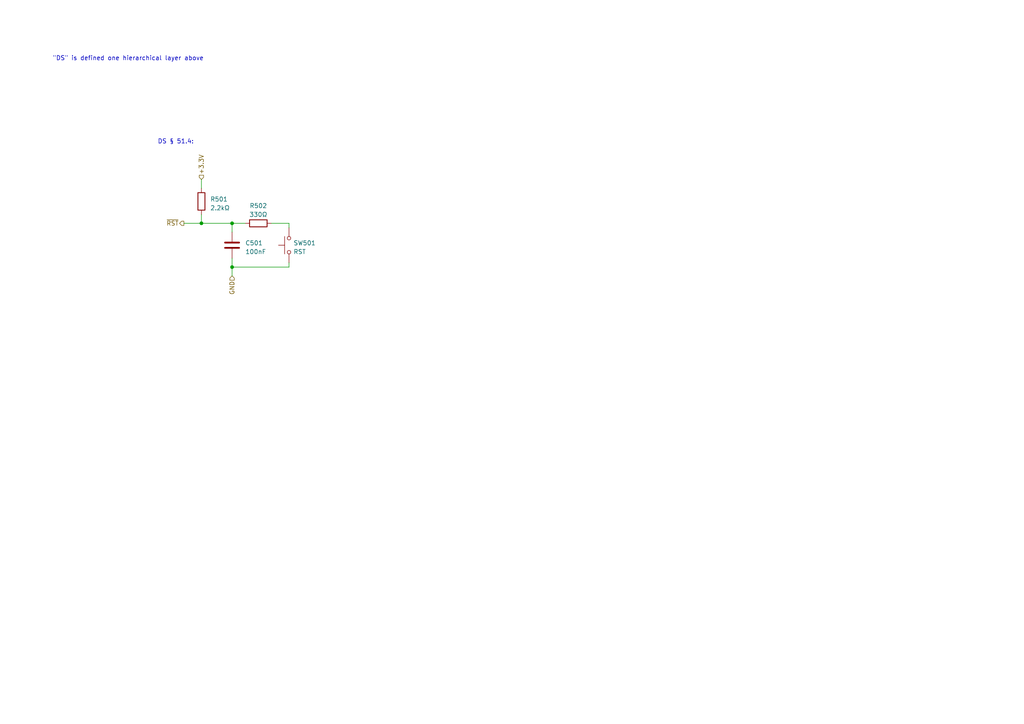
<source format=kicad_sch>
(kicad_sch (version 20230121) (generator eeschema)
  (paper "A4")
  (lib_symbols
    (symbol "Device:C" (pin_numbers hide) (pin_names (offset 0.254))
      (property "Reference" "C" (at 0.635 2.54 0))
      (property "Value" "C" (at 0.635 -2.54 0))
      (symbol "C_0_1"
        (polyline (pts (xy -2.032 -0.762) (xy 2.032 -0.762)) (stroke (width 0.508)))
        (polyline (pts (xy -2.032 0.762) (xy 2.032 0.762)) (stroke (width 0.508)))
      )
      (symbol "C_1_1"
        (pin passive line (at 0 3.81 270) (length 2.794) (name "~") (number "1"))
        (pin passive line (at 0 -3.81 90) (length 2.794) (name "~") (number "2"))
      )
    )
    (symbol "Device:R" (pin_numbers hide) (pin_names (offset 0))
      (property "Reference" "R" (at 2.032 0 90))
      (property "Value" "R" (at 0 0 90))
      (symbol "R_0_1"
        (rectangle (start -1.016 -2.54) (end 1.016 2.54) (stroke (width 0.254)))
      )
      (symbol "R_1_1"
        (pin passive line (at 0 3.81 270) (length 1.27) (name "~") (number "1"))
        (pin passive line (at 0 -3.81 90) (length 1.27) (name "~") (number "2"))
      )
    )
    (symbol "Switch:SW_Push" (pin_numbers hide) (pin_names (offset 1.016) hide)
      (property "Reference" "SW" (at 1.27 2.54 0))
      (property "Value" "SW_Push" (at 0 -1.524 0))
      (symbol "SW_Push_0_1"
        (circle (center -2.032 0) (radius 0.508))
        (polyline (pts (xy 0 1.27) (xy 0 3.048)))
        (polyline (pts (xy 2.54 1.27) (xy -2.54 1.27)))
        (circle (center 2.032 0) (radius 0.508))
        (pin passive line (at -5.08 0 0) (length 2.54) (name "1") (number "1"))
        (pin passive line (at 5.08 0 180) (length 2.54) (name "2") (number "2"))
      )
    )
  )
  (junction (at 67.31 64.77))
  (junction (at 67.31 77.47))
  (junction (at 58.42 64.77))
  (wire (pts (xy 67.31 64.77) (xy 67.31 67.31)))
  (wire (pts (xy 58.42 52.07) (xy 58.42 54.61)))
  (wire (pts (xy 78.74 64.77) (xy 83.82 64.77)))
  (wire (pts (xy 67.31 77.47) (xy 83.82 77.47)))
  (wire (pts (xy 83.82 64.77) (xy 83.82 66.04)))
  (wire (pts (xy 83.82 76.2) (xy 83.82 77.47)))
  (wire (pts (xy 67.31 74.93) (xy 67.31 77.47)))
  (wire (pts (xy 53.34 64.77) (xy 58.42 64.77)))
  (wire (pts (xy 67.31 64.77) (xy 71.12 64.77)))
  (wire (pts (xy 67.31 77.47) (xy 67.31 80.01)))
  (wire (pts (xy 58.42 62.23) (xy 58.42 64.77)))
  (wire (pts (xy 58.42 64.77) (xy 67.31 64.77)))
  (text "DS § 51.4:" (at 45.72 41.91 0) (effects (font (size 1.27 1.27)) (justify left bottom)))
  (text "\"DS\" is defined one hierarchical layer above" (at 15.24 17.78 0) (effects (font (size 1.27 1.27)) (justify left bottom)))
  (hierarchical_label "+3.3V" (shape input) (at 58.42 52.07 90))
  (hierarchical_label "~{RST}" (shape output) (at 53.34 64.77 180))
  (hierarchical_label "GND" (shape input) (at 67.31 80.01 270))
  (symbol (lib_id "Device:R") (at 74.93 64.77 90) (unit 1)
    (property "Reference" "R502" (at 74.93 59.69 90))
    (property "Value" "330Ω" (at 74.93 62.23 90))
    (property "Footprint" "Resistor_SMD:R_0402_1005Metric" (effects hide))
    (property "LCSC" "C25104" (effects hide))
  )
  (symbol (lib_id "Device:R") (at 58.42 58.42 180) (unit 1)
    (property "Reference" "R501" (at 60.96 57.785 0) (effects (justify right)))
    (property "Value" "2.2kΩ" (at 60.96 60.325 0) (effects (justify right)))
    (property "Footprint" "Resistor_SMD:R_0402_1005Metric" (effects hide))
    (property "LCSC" "C25879" (effects hide))
  )
  (symbol (lib_id "Switch:SW_Push") (at 83.82 71.12 90) (unit 1)
    (property "Reference" "SW501" (at 85.09 70.485 90) (effects (justify right)))
    (property "Value" "RST" (at 85.09 73.025 90) (effects (justify right)))
    (property "Footprint" "Button_Switch_SMD_Custom:SW_Push_1P1T_XKB_TS-1187A" (effects hide))
    (property "LCSC" "C318884" (effects hide))
  )
  (symbol (lib_id "Device:C") (at 67.31 71.12 180) (unit 1)
    (property "Reference" "C501" (at 71.12 70.485 0) (effects (justify right)))
    (property "Value" "100nF" (at 71.12 73.025 0) (effects (justify right)))
    (property "Footprint" "Capacitor_SMD:C_0402_1005Metric" (effects hide))
    (property "LCSC" "C307331" (effects hide))
  )
)
</source>
